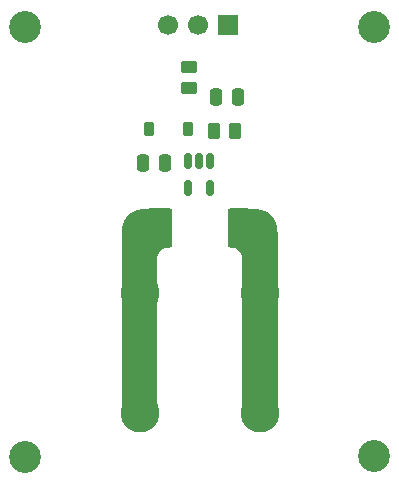
<source format=gbr>
%TF.GenerationSoftware,KiCad,Pcbnew,9.0.2*%
%TF.CreationDate,2025-11-13T14:06:28+01:00*%
%TF.ProjectId,current-meas,63757272-656e-4742-9d6d-6561732e6b69,rev?*%
%TF.SameCoordinates,Original*%
%TF.FileFunction,Soldermask,Top*%
%TF.FilePolarity,Negative*%
%FSLAX46Y46*%
G04 Gerber Fmt 4.6, Leading zero omitted, Abs format (unit mm)*
G04 Created by KiCad (PCBNEW 9.0.2) date 2025-11-13 14:06:28*
%MOMM*%
%LPD*%
G01*
G04 APERTURE LIST*
G04 Aperture macros list*
%AMRoundRect*
0 Rectangle with rounded corners*
0 $1 Rounding radius*
0 $2 $3 $4 $5 $6 $7 $8 $9 X,Y pos of 4 corners*
0 Add a 4 corners polygon primitive as box body*
4,1,4,$2,$3,$4,$5,$6,$7,$8,$9,$2,$3,0*
0 Add four circle primitives for the rounded corners*
1,1,$1+$1,$2,$3*
1,1,$1+$1,$4,$5*
1,1,$1+$1,$6,$7*
1,1,$1+$1,$8,$9*
0 Add four rect primitives between the rounded corners*
20,1,$1+$1,$2,$3,$4,$5,0*
20,1,$1+$1,$4,$5,$6,$7,0*
20,1,$1+$1,$6,$7,$8,$9,0*
20,1,$1+$1,$8,$9,$2,$3,0*%
G04 Aperture macros list end*
%ADD10C,0.200000*%
%ADD11C,0.000000*%
%ADD12RoundRect,0.225000X-0.225000X-0.375000X0.225000X-0.375000X0.225000X0.375000X-0.225000X0.375000X0*%
%ADD13RoundRect,0.250000X0.250000X0.475000X-0.250000X0.475000X-0.250000X-0.475000X0.250000X-0.475000X0*%
%ADD14RoundRect,0.250000X-0.450000X0.262500X-0.450000X-0.262500X0.450000X-0.262500X0.450000X0.262500X0*%
%ADD15RoundRect,0.250000X-0.262500X-0.450000X0.262500X-0.450000X0.262500X0.450000X-0.262500X0.450000X0*%
%ADD16RoundRect,0.150000X-0.150000X0.512500X-0.150000X-0.512500X0.150000X-0.512500X0.150000X0.512500X0*%
%ADD17C,2.700000*%
%ADD18R,1.700000X1.700000*%
%ADD19C,1.700000*%
%ADD20C,3.300000*%
%ADD21RoundRect,0.250000X0.362500X1.425000X-0.362500X1.425000X-0.362500X-1.425000X0.362500X-1.425000X0*%
%ADD22RoundRect,0.250000X-0.250000X-0.475000X0.250000X-0.475000X0.250000X0.475000X-0.250000X0.475000X0*%
G04 APERTURE END LIST*
D10*
X153875000Y-115475000D02*
X153874890Y-115464050D01*
X153874759Y-115453132D01*
X153874610Y-115442246D01*
X153874441Y-115431393D01*
X153874252Y-115420571D01*
X153874044Y-115409781D01*
X153873816Y-115399022D01*
X153873570Y-115388296D01*
X153873303Y-115377600D01*
X153873018Y-115366937D01*
X153872714Y-115356305D01*
X153872391Y-115345704D01*
X153872048Y-115335135D01*
X153871687Y-115324597D01*
X153871306Y-115314090D01*
X153870907Y-115303615D01*
X153870489Y-115293171D01*
X153870052Y-115282758D01*
X153869597Y-115272376D01*
X153869123Y-115262025D01*
X153868630Y-115251704D01*
X153868119Y-115241415D01*
X153867590Y-115231156D01*
X153867042Y-115220929D01*
X153866475Y-115210731D01*
X153865891Y-115200565D01*
X153865288Y-115190429D01*
X153864667Y-115180324D01*
X153864028Y-115170248D01*
X153863370Y-115160204D01*
X153862695Y-115150189D01*
X153862002Y-115140205D01*
X153861291Y-115130251D01*
X153860562Y-115120328D01*
X153859815Y-115110434D01*
X153859050Y-115100570D01*
X153858268Y-115090736D01*
X153857468Y-115080933D01*
X153856650Y-115071158D01*
X153855815Y-115061415D01*
X153854962Y-115051700D01*
X153854092Y-115042016D01*
X153853205Y-115032360D01*
X153852300Y-115022735D01*
X153851378Y-115013138D01*
X153850439Y-115003572D01*
X153849482Y-114994034D01*
X153848509Y-114984527D01*
X153847518Y-114975048D01*
X153846510Y-114965599D01*
X153845485Y-114956178D01*
X153844444Y-114946787D01*
X153843385Y-114937424D01*
X153842310Y-114928092D01*
X153841218Y-114918787D01*
X153840109Y-114909512D01*
X153838984Y-114900265D01*
X153837842Y-114891047D01*
X153836683Y-114881858D01*
X153835508Y-114872698D01*
X153834316Y-114863565D01*
X153833108Y-114854462D01*
X153831884Y-114845386D01*
X153830643Y-114836340D01*
X153829386Y-114827321D01*
X153828113Y-114818332D01*
X153826824Y-114809370D01*
X153825519Y-114800437D01*
X153824197Y-114791531D01*
X153822860Y-114782654D01*
X153821506Y-114773804D01*
X153820137Y-114764983D01*
X153818751Y-114756189D01*
X153817350Y-114747424D01*
X153815933Y-114738685D01*
X153814501Y-114729976D01*
X153813052Y-114721293D01*
X153811588Y-114712639D01*
X153810109Y-114704010D01*
X153808614Y-114695411D01*
X153807103Y-114686838D01*
X153805577Y-114678294D01*
X153804036Y-114669775D01*
X153802479Y-114661286D01*
X153800907Y-114652822D01*
X153799320Y-114644387D01*
X153797717Y-114635977D01*
X153796100Y-114627596D01*
X153794467Y-114619241D01*
X153792819Y-114610914D01*
X153791156Y-114602612D01*
X153789478Y-114594339D01*
X153787785Y-114586090D01*
X153786078Y-114577871D01*
X153784355Y-114569676D01*
X153782618Y-114561510D01*
X153780865Y-114553368D01*
X153779099Y-114545255D01*
X153777317Y-114537166D01*
X153775521Y-114529106D01*
X153773710Y-114521070D01*
X153771885Y-114513063D01*
X153770045Y-114505079D01*
X153768191Y-114497124D01*
X153766323Y-114489193D01*
X153764440Y-114481290D01*
X153762542Y-114473411D01*
X153760631Y-114465561D01*
X153758705Y-114457734D01*
X153756765Y-114449935D01*
X153754811Y-114442159D01*
X153752843Y-114434412D01*
X153750861Y-114426688D01*
X153748865Y-114418992D01*
X153746854Y-114411320D01*
X153744830Y-114403675D01*
X153742792Y-114396054D01*
X153740740Y-114388460D01*
X153738674Y-114380889D01*
X153736595Y-114373347D01*
X153734502Y-114365826D01*
X153732395Y-114358334D01*
X153730274Y-114350865D01*
X153728140Y-114343423D01*
X153725992Y-114336003D01*
X153723831Y-114328612D01*
X153721656Y-114321243D01*
X153719468Y-114313901D01*
X153717266Y-114306581D01*
X153715052Y-114299290D01*
X153712823Y-114292020D01*
X153710582Y-114284777D01*
X153708327Y-114277557D01*
X153706059Y-114270364D01*
X153703778Y-114263193D01*
X153701484Y-114256049D01*
X153699176Y-114248927D01*
X153696856Y-114241832D01*
X153694522Y-114234759D01*
X153692176Y-114227713D01*
X153689816Y-114220689D01*
X153687445Y-114213691D01*
X153685059Y-114206715D01*
X153682661Y-114199766D01*
X153680250Y-114192838D01*
X153677827Y-114185938D01*
X153675390Y-114179058D01*
X153672942Y-114172205D01*
X153670480Y-114165373D01*
X153668006Y-114158568D01*
X153665519Y-114151784D01*
X153663020Y-114145027D01*
X153660508Y-114138290D01*
X153657984Y-114131581D01*
X153655447Y-114124891D01*
X153652899Y-114118229D01*
X153650337Y-114111586D01*
X153647764Y-114104971D01*
X153645177Y-114098376D01*
X153642579Y-114091807D01*
X153639968Y-114085259D01*
X153637346Y-114078737D01*
X153634711Y-114072235D01*
X153632065Y-114065760D01*
X153629405Y-114059304D01*
X153626735Y-114052875D01*
X153624051Y-114046466D01*
X153621356Y-114040083D01*
X153618649Y-114033720D01*
X153615931Y-114027383D01*
X153613199Y-114021066D01*
X153610457Y-114014775D01*
X153607702Y-114008503D01*
X153604937Y-114002258D01*
X153602158Y-113996032D01*
X153599369Y-113989832D01*
X153596567Y-113983651D01*
X153593755Y-113977497D01*
X153590929Y-113971361D01*
X153588094Y-113965252D01*
X153585246Y-113959161D01*
X153582387Y-113953097D01*
X153579516Y-113947051D01*
X153576634Y-113941032D01*
X153573740Y-113935031D01*
X153570836Y-113929056D01*
X153567918Y-113923100D01*
X153564992Y-113917169D01*
X153562051Y-113911257D01*
X153559102Y-113905371D01*
X153556140Y-113899503D01*
X153553168Y-113893661D01*
X153550183Y-113887837D01*
X153547189Y-113882039D01*
X153541165Y-113870505D01*
X153535098Y-113859059D01*
X153528986Y-113847699D01*
X153522830Y-113836427D01*
X153516631Y-113825240D01*
X153510388Y-113814141D01*
X153504103Y-113803127D01*
X153497774Y-113792198D01*
X153491403Y-113781355D01*
X153484989Y-113770598D01*
X153478534Y-113759925D01*
X153472036Y-113749336D01*
X153465496Y-113738832D01*
X153458915Y-113728412D01*
X153452293Y-113718076D01*
X153445629Y-113707823D01*
X153438924Y-113697653D01*
X153432179Y-113687567D01*
X153425393Y-113677563D01*
X153418567Y-113667642D01*
X153411701Y-113657803D01*
X153404795Y-113648047D01*
X153397850Y-113638372D01*
X153390865Y-113628779D01*
X153383840Y-113619267D01*
X153376777Y-113609837D01*
X153369675Y-113600487D01*
X153362534Y-113591219D01*
X153355355Y-113582031D01*
X153348137Y-113572924D01*
X153340882Y-113563897D01*
X153333589Y-113554951D01*
X153326258Y-113546084D01*
X153318890Y-113537297D01*
X153311485Y-113528590D01*
X153304043Y-113519962D01*
X153296564Y-113511414D01*
X153289048Y-113502945D01*
X153281497Y-113494555D01*
X153273909Y-113486245D01*
X153266285Y-113478013D01*
X153258626Y-113469860D01*
X153250932Y-113461785D01*
X153243202Y-113453790D01*
X153235438Y-113445872D01*
X153227639Y-113438034D01*
X153219805Y-113430273D01*
X153211937Y-113422591D01*
X153204036Y-113414987D01*
X153196101Y-113407461D01*
X153188132Y-113400014D01*
X153180131Y-113392644D01*
X153172096Y-113385352D01*
X153164030Y-113378139D01*
X153155931Y-113371004D01*
X153147800Y-113363946D01*
X153139637Y-113356967D01*
X153131444Y-113350065D01*
X153123219Y-113343242D01*
X153114964Y-113336497D01*
X153106678Y-113329830D01*
X153098363Y-113323241D01*
X153090018Y-113316730D01*
X153081644Y-113310297D01*
X153073242Y-113303943D01*
X153064811Y-113297667D01*
X153056352Y-113291470D01*
X153047866Y-113285351D01*
X153039353Y-113279311D01*
X153030813Y-113273350D01*
X153022248Y-113267468D01*
X153013657Y-113261664D01*
X153005041Y-113255940D01*
X152996401Y-113250296D01*
X152987737Y-113244730D01*
X152979050Y-113239245D01*
X152970341Y-113233839D01*
X152961609Y-113228513D01*
X152952857Y-113223268D01*
X152944084Y-113218103D01*
X152935291Y-113213019D01*
X152926479Y-113208015D01*
X152917649Y-113203093D01*
X152908802Y-113198252D01*
X152899939Y-113193493D01*
X152891060Y-113188816D01*
X152882166Y-113184221D01*
X152873259Y-113179708D01*
X152864340Y-113175279D01*
X152855409Y-113170932D01*
X152846468Y-113166669D01*
X152837518Y-113162489D01*
X152828561Y-113158394D01*
X152819596Y-113154383D01*
X152810627Y-113150457D01*
X152801655Y-113146616D01*
X152792680Y-113142860D01*
X152783705Y-113139190D01*
X152774731Y-113135607D01*
X152765760Y-113132110D01*
X152756794Y-113128701D01*
X152747834Y-113125378D01*
X152738883Y-113122144D01*
X152729943Y-113118998D01*
X152721016Y-113115941D01*
X152712104Y-113112972D01*
X152703211Y-113110094D01*
X152694337Y-113107305D01*
X152685486Y-113104607D01*
X152676662Y-113101999D01*
X152667866Y-113099483D01*
X152659102Y-113097058D01*
X152650373Y-113094725D01*
X152641682Y-113092484D01*
X152633033Y-113090336D01*
X152624430Y-113088281D01*
X152615877Y-113086320D01*
X152607378Y-113084451D01*
X152598936Y-113082677D01*
X152590557Y-113080997D01*
X152582245Y-113079411D01*
X152574004Y-113077919D01*
X152565841Y-113076521D01*
X152557760Y-113075218D01*
X152549767Y-113074010D01*
X152541867Y-113072895D01*
X152537950Y-113072372D01*
X152534067Y-113071874D01*
X152530202Y-113071398D01*
X152526372Y-113070947D01*
X152522562Y-113070517D01*
X152518788Y-113070112D01*
X152515037Y-113069730D01*
X152511323Y-113069371D01*
X152507634Y-113069034D01*
X152503982Y-113068721D01*
X152500359Y-113068430D01*
X152496774Y-113068162D01*
X152493219Y-113067916D01*
X152489703Y-113067693D01*
X152486221Y-113067491D01*
X152482778Y-113067312D01*
X152479372Y-113067155D01*
X152476006Y-113067020D01*
X152472679Y-113066905D01*
X152469394Y-113066813D01*
X152466149Y-113066741D01*
X152462948Y-113066690D01*
X152459790Y-113066660D01*
X152456675Y-113066650D01*
X152453608Y-113066660D01*
X152450584Y-113066689D01*
X152447609Y-113066738D01*
X152444679Y-113066807D01*
X152441802Y-113066894D01*
X152438969Y-113066999D01*
X152436190Y-113067122D01*
X152433458Y-113067264D01*
X152430782Y-113067422D01*
X152428152Y-113067597D01*
X152425581Y-113067789D01*
X152423056Y-113067997D01*
X152420593Y-113068220D01*
X152418175Y-113068459D01*
X152415821Y-113068711D01*
X152413513Y-113068979D01*
X152411270Y-113069259D01*
X152409073Y-113069554D01*
X152406942Y-113069860D01*
X152404856Y-113070179D01*
X152402839Y-113070508D01*
X152400865Y-113070851D01*
X152398961Y-113071201D01*
X152397100Y-113071564D01*
X152395309Y-113071934D01*
X152393560Y-113072315D01*
X152391881Y-113072702D01*
X152390244Y-113073100D01*
X152388676Y-113073501D01*
X152387149Y-113073913D01*
X152385690Y-113074326D01*
X152384272Y-113074750D01*
X152382920Y-113075174D01*
X152381608Y-113075607D01*
X152380361Y-113076039D01*
X152379152Y-113076480D01*
X152378007Y-113076919D01*
X152376898Y-113077365D01*
X152375851Y-113077808D01*
X152374839Y-113078258D01*
X152373886Y-113078704D01*
X152372967Y-113079156D01*
X152372104Y-113079603D01*
X152371274Y-113080055D01*
X152370497Y-113080502D01*
X152369752Y-113080953D01*
X152369057Y-113081398D01*
X152368391Y-113081847D01*
X152367773Y-113082289D01*
X152367183Y-113082735D01*
X152366637Y-113083174D01*
X152366119Y-113083616D01*
X152365641Y-113084050D01*
X152365189Y-113084488D01*
X152364774Y-113084918D01*
X152364384Y-113085350D01*
X152364029Y-113085775D01*
X152363697Y-113086203D01*
X152363396Y-113086624D01*
X152363119Y-113087047D01*
X152362870Y-113087463D01*
X152362643Y-113087881D01*
X152362442Y-113088294D01*
X152362262Y-113088709D01*
X152362106Y-113089119D01*
X152361971Y-113089532D01*
X152361858Y-113089940D01*
X152361766Y-113090351D01*
X152361695Y-113090759D01*
X152361643Y-113091170D01*
X152361612Y-113091580D01*
X152361601Y-113091991D01*
X152361639Y-113092818D01*
X152361758Y-113093654D01*
X152361960Y-113094501D01*
X152362249Y-113095363D01*
X152362629Y-113096243D01*
X152363105Y-113097143D01*
X152363686Y-113098064D01*
X152364377Y-113099009D01*
X152365187Y-113099980D01*
X152366125Y-113100976D01*
X152367200Y-113102000D01*
X152368422Y-113103050D01*
X152369800Y-113104128D01*
X152371345Y-113105233D01*
X152373068Y-113106364D01*
X152374977Y-113107521D01*
X152377084Y-113108703D01*
X152379400Y-113109907D01*
X152381933Y-113111133D01*
X152384694Y-113112379D01*
X152387693Y-113113643D01*
X152390938Y-113114922D01*
X152394440Y-113116215D01*
X152398207Y-113117519D01*
X152402247Y-113118831D01*
X152406569Y-113120149D01*
X152411179Y-113121470D01*
X152416085Y-113122791D01*
X152421294Y-113124110D01*
X152425000Y-113125000D01*
X156375000Y-112075000D02*
X156374990Y-112065752D01*
X156374960Y-112056532D01*
X156374910Y-112047354D01*
X156374841Y-112038205D01*
X156374751Y-112029098D01*
X156374642Y-112020018D01*
X156374514Y-112010981D01*
X156374365Y-112001971D01*
X156374198Y-111993003D01*
X156374011Y-111984062D01*
X156373805Y-111975162D01*
X156373579Y-111966290D01*
X156373335Y-111957458D01*
X156373071Y-111948654D01*
X156372789Y-111939890D01*
X156372487Y-111931153D01*
X156372167Y-111922456D01*
X156371828Y-111913786D01*
X156371470Y-111905156D01*
X156371094Y-111896552D01*
X156370699Y-111887988D01*
X156370285Y-111879450D01*
X156369853Y-111870951D01*
X156369403Y-111862479D01*
X156368934Y-111854045D01*
X156368447Y-111845638D01*
X156367942Y-111837269D01*
X156367419Y-111828925D01*
X156366878Y-111820620D01*
X156366319Y-111812341D01*
X156365742Y-111804099D01*
X156365147Y-111795883D01*
X156364535Y-111787705D01*
X156363904Y-111779552D01*
X156363256Y-111771436D01*
X156362591Y-111763345D01*
X156361908Y-111755291D01*
X156361207Y-111747262D01*
X156360489Y-111739270D01*
X156359754Y-111731302D01*
X156359002Y-111723371D01*
X156358232Y-111715465D01*
X156357445Y-111707594D01*
X156356641Y-111699748D01*
X156355821Y-111691937D01*
X156354982Y-111684151D01*
X156354128Y-111676400D01*
X156353256Y-111668673D01*
X156352368Y-111660982D01*
X156351463Y-111653314D01*
X156350541Y-111645681D01*
X156349602Y-111638072D01*
X156348648Y-111630497D01*
X156347676Y-111622946D01*
X156346688Y-111615429D01*
X156345684Y-111607935D01*
X156344663Y-111600476D01*
X156343626Y-111593039D01*
X156342573Y-111585636D01*
X156341504Y-111578257D01*
X156340419Y-111570910D01*
X156339317Y-111563587D01*
X156338200Y-111556296D01*
X156337066Y-111549029D01*
X156335917Y-111541794D01*
X156334751Y-111534581D01*
X156333570Y-111527401D01*
X156332373Y-111520244D01*
X156331161Y-111513118D01*
X156329932Y-111506015D01*
X156328689Y-111498944D01*
X156327429Y-111491895D01*
X156326155Y-111484878D01*
X156324864Y-111477882D01*
X156323559Y-111470918D01*
X156322237Y-111463976D01*
X156320901Y-111457064D01*
X156319549Y-111450175D01*
X156318182Y-111443315D01*
X156316800Y-111436478D01*
X156315403Y-111429671D01*
X156313990Y-111422886D01*
X156312563Y-111416130D01*
X156311120Y-111409396D01*
X156309663Y-111402691D01*
X156308190Y-111396009D01*
X156306703Y-111389355D01*
X156305200Y-111382722D01*
X156303684Y-111376119D01*
X156302152Y-111369537D01*
X156300606Y-111362983D01*
X156299044Y-111356451D01*
X156297469Y-111349946D01*
X156295878Y-111343463D01*
X156294273Y-111337008D01*
X156292653Y-111330574D01*
X156291020Y-111324167D01*
X156289371Y-111317782D01*
X156287708Y-111311423D01*
X156286031Y-111305086D01*
X156284339Y-111298776D01*
X156282633Y-111292486D01*
X156280913Y-111286223D01*
X156279178Y-111279980D01*
X156277430Y-111273764D01*
X156275667Y-111267569D01*
X156273890Y-111261400D01*
X156272098Y-111255251D01*
X156270294Y-111249128D01*
X156268474Y-111243025D01*
X156266641Y-111236948D01*
X156264793Y-111230891D01*
X156262932Y-111224859D01*
X156261057Y-111218848D01*
X156259168Y-111212861D01*
X156257265Y-111206895D01*
X156255348Y-111200953D01*
X156253417Y-111195031D01*
X156251473Y-111189134D01*
X156249514Y-111183256D01*
X156247542Y-111177402D01*
X156245556Y-111171569D01*
X156243557Y-111165759D01*
X156241544Y-111159969D01*
X156239517Y-111154202D01*
X156237477Y-111148455D01*
X156235423Y-111142732D01*
X156233355Y-111137027D01*
X156231274Y-111131346D01*
X156229179Y-111125684D01*
X156227071Y-111120045D01*
X156224949Y-111114426D01*
X156222815Y-111108829D01*
X156220666Y-111103251D01*
X156218504Y-111097695D01*
X156216328Y-111092159D01*
X156214140Y-111086644D01*
X156211937Y-111081149D01*
X156209722Y-111075675D01*
X156207492Y-111070220D01*
X156205250Y-111064787D01*
X156202994Y-111059372D01*
X156200726Y-111053979D01*
X156198443Y-111048605D01*
X156196148Y-111043251D01*
X156193839Y-111037916D01*
X156191517Y-111032602D01*
X156189182Y-111027307D01*
X156186833Y-111022032D01*
X156184471Y-111016776D01*
X156182097Y-111011539D01*
X156179708Y-111006322D01*
X156177307Y-111001124D01*
X156174892Y-110995945D01*
X156172465Y-110990785D01*
X156170024Y-110985644D01*
X156167570Y-110980522D01*
X156165103Y-110975418D01*
X156162623Y-110970334D01*
X156160129Y-110965268D01*
X156157622Y-110960221D01*
X156155103Y-110955192D01*
X156152570Y-110950181D01*
X156150024Y-110945189D01*
X156147465Y-110940215D01*
X156144893Y-110935260D01*
X156142307Y-110930322D01*
X156139709Y-110925403D01*
X156137097Y-110920501D01*
X156134473Y-110915617D01*
X156131835Y-110910752D01*
X156129184Y-110905903D01*
X156126520Y-110901073D01*
X156123843Y-110896260D01*
X156121153Y-110891465D01*
X156118449Y-110886687D01*
X156115733Y-110881926D01*
X156113003Y-110877183D01*
X156110260Y-110872457D01*
X156107504Y-110867748D01*
X156104735Y-110863056D01*
X156101953Y-110858382D01*
X156099158Y-110853724D01*
X156096349Y-110849083D01*
X156093527Y-110844459D01*
X156090693Y-110839852D01*
X156087844Y-110835261D01*
X156084983Y-110830687D01*
X156082108Y-110826130D01*
X156079221Y-110821589D01*
X156076320Y-110817064D01*
X156073406Y-110812556D01*
X156070478Y-110808064D01*
X156067537Y-110803589D01*
X156064583Y-110799129D01*
X156061616Y-110794686D01*
X156058635Y-110790258D01*
X156055641Y-110785847D01*
X156052633Y-110781451D01*
X156049613Y-110777072D01*
X156046578Y-110772707D01*
X156043531Y-110768360D01*
X156040470Y-110764026D01*
X156037396Y-110759710D01*
X156031207Y-110751123D01*
X156024963Y-110742597D01*
X156018666Y-110734132D01*
X156012314Y-110725729D01*
X156005907Y-110717385D01*
X155999446Y-110709101D01*
X155992930Y-110700877D01*
X155986358Y-110692712D01*
X155979731Y-110684605D01*
X155973049Y-110676556D01*
X155966310Y-110668565D01*
X155959515Y-110660631D01*
X155952664Y-110652754D01*
X155945756Y-110644934D01*
X155938791Y-110637170D01*
X155931769Y-110629461D01*
X155924689Y-110621808D01*
X155917550Y-110614209D01*
X155910354Y-110606665D01*
X155903099Y-110599176D01*
X155895785Y-110591740D01*
X155888411Y-110584358D01*
X155880978Y-110577029D01*
X155873485Y-110569753D01*
X155865931Y-110562530D01*
X155858316Y-110555359D01*
X155850639Y-110548240D01*
X155842901Y-110541172D01*
X155835101Y-110534156D01*
X155827238Y-110527191D01*
X155819312Y-110520277D01*
X155811322Y-110513414D01*
X155803269Y-110506600D01*
X155795150Y-110499837D01*
X155786967Y-110493123D01*
X155778718Y-110486460D01*
X155770403Y-110479845D01*
X155762021Y-110473279D01*
X155753572Y-110466763D01*
X155745055Y-110460295D01*
X155736470Y-110453875D01*
X155727816Y-110447504D01*
X155719092Y-110441181D01*
X155710299Y-110434905D01*
X155701434Y-110428677D01*
X155692499Y-110422497D01*
X155683491Y-110416364D01*
X155674410Y-110410279D01*
X155665256Y-110404240D01*
X155656028Y-110398248D01*
X155646726Y-110392303D01*
X155637348Y-110386405D01*
X155627893Y-110380553D01*
X155618362Y-110374747D01*
X155608753Y-110368988D01*
X155599066Y-110363275D01*
X155589299Y-110357608D01*
X155579452Y-110351987D01*
X155569525Y-110346411D01*
X155559516Y-110340882D01*
X155549424Y-110335398D01*
X155539249Y-110329960D01*
X155528989Y-110324567D01*
X155518645Y-110319220D01*
X155508214Y-110313919D01*
X155497697Y-110308662D01*
X155487091Y-110303452D01*
X155476397Y-110298286D01*
X155465612Y-110293166D01*
X155454737Y-110288091D01*
X155443770Y-110283062D01*
X155432710Y-110278078D01*
X155421556Y-110273139D01*
X155410306Y-110268245D01*
X155398961Y-110263397D01*
X155387518Y-110258593D01*
X155375976Y-110253836D01*
X155364335Y-110249123D01*
X155352593Y-110244456D01*
X155340749Y-110239834D01*
X155328801Y-110235258D01*
X155316749Y-110230727D01*
X155304591Y-110226242D01*
X155292326Y-110221802D01*
X155279951Y-110217408D01*
X155267467Y-110213060D01*
X155254871Y-110208757D01*
X155242163Y-110204501D01*
X155229339Y-110200290D01*
X155216400Y-110196125D01*
X155203343Y-110192006D01*
X155190167Y-110187933D01*
X155176870Y-110183907D01*
X155163451Y-110179927D01*
X155149907Y-110175994D01*
X155136238Y-110172107D01*
X155122440Y-110168267D01*
X155108513Y-110164473D01*
X155094454Y-110160727D01*
X155080261Y-110157027D01*
X155065933Y-110153375D01*
X155051467Y-110149770D01*
X155036861Y-110146213D01*
X155022112Y-110142703D01*
X155007220Y-110139241D01*
X154992180Y-110135827D01*
X154976992Y-110132460D01*
X154961652Y-110129142D01*
X154946157Y-110125872D01*
X154930505Y-110122651D01*
X154914694Y-110119478D01*
X154898720Y-110116355D01*
X154882581Y-110113280D01*
X154866272Y-110110254D01*
X154849793Y-110107278D01*
X154833138Y-110104351D01*
X154816304Y-110101474D01*
X154799289Y-110098646D01*
X154782087Y-110095869D01*
X154764696Y-110093142D01*
X154747112Y-110090466D01*
X154729330Y-110087840D01*
X154711345Y-110085264D01*
X154693154Y-110082740D01*
X154674752Y-110080267D01*
X154656133Y-110077846D01*
X154637292Y-110075476D01*
X154618225Y-110073158D01*
X154598924Y-110070892D01*
X154579384Y-110068678D01*
X154559599Y-110066517D01*
X154539562Y-110064408D01*
X154519266Y-110062352D01*
X154498703Y-110060350D01*
X154477865Y-110058400D01*
X154456744Y-110056505D01*
X154435331Y-110054663D01*
X154413616Y-110052875D01*
X154391589Y-110051141D01*
X154369239Y-110049462D01*
X154346555Y-110047837D01*
X154323523Y-110046268D01*
X154300129Y-110044753D01*
X154276361Y-110043294D01*
X154252200Y-110041891D01*
X154227631Y-110040544D01*
X154202633Y-110039253D01*
X154177187Y-110038018D01*
X154151270Y-110036840D01*
X154124857Y-110035719D01*
X154097920Y-110034656D01*
X154070428Y-110033650D01*
X154042346Y-110032702D01*
X154013637Y-110031812D01*
X153984255Y-110030980D01*
X153954150Y-110030207D01*
X153923265Y-110029494D01*
X153891532Y-110028840D01*
X153858872Y-110028246D01*
X153825192Y-110027712D01*
X153790378Y-110027239D01*
X153754293Y-110026828D01*
X153716764Y-110026479D01*
X153677572Y-110026193D01*
X153636427Y-110025971D01*
X153592937Y-110025814D01*
X153546539Y-110025724D01*
X153496381Y-110025704D01*
X153441038Y-110025758D01*
X153377766Y-110025893D01*
X153299668Y-110026131D01*
X153253301Y-110026289D01*
X153181448Y-110026530D01*
X153109420Y-110026733D01*
X153073349Y-110026808D01*
X153037244Y-110026860D01*
X153001108Y-110026883D01*
X152964944Y-110026872D01*
X152928755Y-110026823D01*
X152892545Y-110026731D01*
X152856316Y-110026590D01*
X152820071Y-110026397D01*
X152783814Y-110026146D01*
X152747548Y-110025833D01*
X152711276Y-110025453D01*
X152675000Y-110025000D01*
X146617889Y-110145000D02*
X146917889Y-112845000D01*
X146192889Y-113670000D01*
X145717889Y-113795000D01*
X143517889Y-112320000D01*
X143417889Y-111820000D01*
X143642889Y-110970000D01*
X144142889Y-110420000D01*
X145142889Y-110120000D01*
X146617889Y-110145000D01*
G36*
X146617889Y-110145000D02*
G01*
X146917889Y-112845000D01*
X146192889Y-113670000D01*
X145717889Y-113795000D01*
X143517889Y-112320000D01*
X143417889Y-111820000D01*
X143642889Y-110970000D01*
X144142889Y-110420000D01*
X145142889Y-110120000D01*
X146617889Y-110145000D01*
G37*
X155600000Y-110425000D02*
X156100000Y-110975000D01*
X156325000Y-111825000D01*
X156225000Y-112325000D01*
X154025000Y-113800000D01*
X153550000Y-113675000D01*
X152825000Y-112850000D01*
X153125000Y-110150000D01*
X154600000Y-110125000D01*
X155600000Y-110425000D01*
G36*
X155600000Y-110425000D02*
G01*
X156100000Y-110975000D01*
X156325000Y-111825000D01*
X156225000Y-112325000D01*
X154025000Y-113800000D01*
X153550000Y-113675000D01*
X152825000Y-112850000D01*
X153125000Y-110150000D01*
X154600000Y-110125000D01*
X155600000Y-110425000D01*
G37*
X145867889Y-115470000D02*
X145867999Y-115459050D01*
X145868130Y-115448132D01*
X145868279Y-115437246D01*
X145868448Y-115426393D01*
X145868637Y-115415571D01*
X145868845Y-115404781D01*
X145869073Y-115394022D01*
X145869319Y-115383296D01*
X145869586Y-115372600D01*
X145869871Y-115361937D01*
X145870175Y-115351305D01*
X145870498Y-115340704D01*
X145870841Y-115330135D01*
X145871202Y-115319597D01*
X145871583Y-115309090D01*
X145871982Y-115298615D01*
X145872400Y-115288171D01*
X145872837Y-115277758D01*
X145873292Y-115267376D01*
X145873766Y-115257025D01*
X145874259Y-115246704D01*
X145874770Y-115236415D01*
X145875299Y-115226156D01*
X145875847Y-115215929D01*
X145876414Y-115205731D01*
X145876998Y-115195565D01*
X145877601Y-115185429D01*
X145878222Y-115175324D01*
X145878861Y-115165248D01*
X145879519Y-115155204D01*
X145880194Y-115145189D01*
X145880887Y-115135205D01*
X145881598Y-115125251D01*
X145882327Y-115115328D01*
X145883074Y-115105434D01*
X145883839Y-115095570D01*
X145884621Y-115085736D01*
X145885421Y-115075933D01*
X145886239Y-115066158D01*
X145887074Y-115056415D01*
X145887927Y-115046700D01*
X145888797Y-115037016D01*
X145889684Y-115027360D01*
X145890589Y-115017735D01*
X145891511Y-115008138D01*
X145892450Y-114998572D01*
X145893407Y-114989034D01*
X145894380Y-114979527D01*
X145895371Y-114970048D01*
X145896379Y-114960599D01*
X145897404Y-114951178D01*
X145898445Y-114941787D01*
X145899504Y-114932424D01*
X145900579Y-114923092D01*
X145901671Y-114913787D01*
X145902780Y-114904512D01*
X145903905Y-114895265D01*
X145905047Y-114886047D01*
X145906206Y-114876858D01*
X145907381Y-114867698D01*
X145908573Y-114858565D01*
X145909781Y-114849462D01*
X145911005Y-114840386D01*
X145912246Y-114831340D01*
X145913503Y-114822321D01*
X145914776Y-114813332D01*
X145916065Y-114804370D01*
X145917370Y-114795437D01*
X145918692Y-114786531D01*
X145920029Y-114777654D01*
X145921383Y-114768804D01*
X145922752Y-114759983D01*
X145924138Y-114751189D01*
X145925539Y-114742424D01*
X145926956Y-114733685D01*
X145928388Y-114724976D01*
X145929837Y-114716293D01*
X145931301Y-114707639D01*
X145932780Y-114699010D01*
X145934275Y-114690411D01*
X145935786Y-114681838D01*
X145937312Y-114673294D01*
X145938853Y-114664775D01*
X145940410Y-114656286D01*
X145941982Y-114647822D01*
X145943569Y-114639387D01*
X145945172Y-114630977D01*
X145946789Y-114622596D01*
X145948422Y-114614241D01*
X145950070Y-114605914D01*
X145951733Y-114597612D01*
X145953411Y-114589339D01*
X145955104Y-114581090D01*
X145956811Y-114572871D01*
X145958534Y-114564676D01*
X145960271Y-114556510D01*
X145962024Y-114548368D01*
X145963790Y-114540255D01*
X145965572Y-114532166D01*
X145967368Y-114524106D01*
X145969179Y-114516070D01*
X145971004Y-114508063D01*
X145972844Y-114500079D01*
X145974698Y-114492124D01*
X145976566Y-114484193D01*
X145978449Y-114476290D01*
X145980347Y-114468411D01*
X145982258Y-114460561D01*
X145984184Y-114452734D01*
X145986124Y-114444935D01*
X145988078Y-114437159D01*
X145990046Y-114429412D01*
X145992028Y-114421688D01*
X145994024Y-114413992D01*
X145996035Y-114406320D01*
X145998059Y-114398675D01*
X146000097Y-114391054D01*
X146002149Y-114383460D01*
X146004215Y-114375889D01*
X146006294Y-114368347D01*
X146008387Y-114360826D01*
X146010494Y-114353334D01*
X146012615Y-114345865D01*
X146014749Y-114338423D01*
X146016897Y-114331003D01*
X146019058Y-114323612D01*
X146021233Y-114316243D01*
X146023421Y-114308901D01*
X146025623Y-114301581D01*
X146027837Y-114294290D01*
X146030066Y-114287020D01*
X146032307Y-114279777D01*
X146034562Y-114272557D01*
X146036830Y-114265364D01*
X146039111Y-114258193D01*
X146041405Y-114251049D01*
X146043713Y-114243927D01*
X146046033Y-114236832D01*
X146048367Y-114229759D01*
X146050713Y-114222713D01*
X146053073Y-114215689D01*
X146055444Y-114208691D01*
X146057830Y-114201715D01*
X146060228Y-114194766D01*
X146062639Y-114187838D01*
X146065062Y-114180938D01*
X146067499Y-114174058D01*
X146069947Y-114167205D01*
X146072409Y-114160373D01*
X146074883Y-114153568D01*
X146077370Y-114146784D01*
X146079869Y-114140027D01*
X146082381Y-114133290D01*
X146084905Y-114126581D01*
X146087442Y-114119891D01*
X146089990Y-114113229D01*
X146092552Y-114106586D01*
X146095125Y-114099971D01*
X146097712Y-114093376D01*
X146100310Y-114086807D01*
X146102921Y-114080259D01*
X146105543Y-114073737D01*
X146108178Y-114067235D01*
X146110824Y-114060760D01*
X146113484Y-114054304D01*
X146116154Y-114047875D01*
X146118838Y-114041466D01*
X146121533Y-114035083D01*
X146124240Y-114028720D01*
X146126958Y-114022383D01*
X146129690Y-114016066D01*
X146132432Y-114009775D01*
X146135187Y-114003503D01*
X146137952Y-113997258D01*
X146140731Y-113991032D01*
X146143520Y-113984832D01*
X146146322Y-113978651D01*
X146149134Y-113972497D01*
X146151960Y-113966361D01*
X146154795Y-113960252D01*
X146157643Y-113954161D01*
X146160502Y-113948097D01*
X146163373Y-113942051D01*
X146166255Y-113936032D01*
X146169149Y-113930031D01*
X146172053Y-113924056D01*
X146174971Y-113918100D01*
X146177897Y-113912169D01*
X146180838Y-113906257D01*
X146183787Y-113900371D01*
X146186749Y-113894503D01*
X146189721Y-113888661D01*
X146192706Y-113882837D01*
X146195700Y-113877039D01*
X146201724Y-113865505D01*
X146207791Y-113854059D01*
X146213903Y-113842699D01*
X146220059Y-113831427D01*
X146226258Y-113820240D01*
X146232501Y-113809141D01*
X146238786Y-113798127D01*
X146245115Y-113787198D01*
X146251486Y-113776355D01*
X146257900Y-113765598D01*
X146264355Y-113754925D01*
X146270853Y-113744336D01*
X146277393Y-113733832D01*
X146283974Y-113723412D01*
X146290596Y-113713076D01*
X146297260Y-113702823D01*
X146303965Y-113692653D01*
X146310710Y-113682567D01*
X146317496Y-113672563D01*
X146324322Y-113662642D01*
X146331188Y-113652803D01*
X146338094Y-113643047D01*
X146345039Y-113633372D01*
X146352024Y-113623779D01*
X146359049Y-113614267D01*
X146366112Y-113604837D01*
X146373214Y-113595487D01*
X146380355Y-113586219D01*
X146387534Y-113577031D01*
X146394752Y-113567924D01*
X146402007Y-113558897D01*
X146409300Y-113549951D01*
X146416631Y-113541084D01*
X146423999Y-113532297D01*
X146431404Y-113523590D01*
X146438846Y-113514962D01*
X146446325Y-113506414D01*
X146453841Y-113497945D01*
X146461392Y-113489555D01*
X146468980Y-113481245D01*
X146476604Y-113473013D01*
X146484263Y-113464860D01*
X146491957Y-113456785D01*
X146499687Y-113448790D01*
X146507451Y-113440872D01*
X146515250Y-113433034D01*
X146523084Y-113425273D01*
X146530952Y-113417591D01*
X146538853Y-113409987D01*
X146546788Y-113402461D01*
X146554757Y-113395014D01*
X146562758Y-113387644D01*
X146570793Y-113380352D01*
X146578859Y-113373139D01*
X146586958Y-113366004D01*
X146595089Y-113358946D01*
X146603252Y-113351967D01*
X146611445Y-113345065D01*
X146619670Y-113338242D01*
X146627925Y-113331497D01*
X146636211Y-113324830D01*
X146644526Y-113318241D01*
X146652871Y-113311730D01*
X146661245Y-113305297D01*
X146669647Y-113298943D01*
X146678078Y-113292667D01*
X146686537Y-113286470D01*
X146695023Y-113280351D01*
X146703536Y-113274311D01*
X146712076Y-113268350D01*
X146720641Y-113262468D01*
X146729232Y-113256664D01*
X146737848Y-113250940D01*
X146746488Y-113245296D01*
X146755152Y-113239730D01*
X146763839Y-113234245D01*
X146772548Y-113228839D01*
X146781280Y-113223513D01*
X146790032Y-113218268D01*
X146798805Y-113213103D01*
X146807598Y-113208019D01*
X146816410Y-113203015D01*
X146825240Y-113198093D01*
X146834087Y-113193252D01*
X146842950Y-113188493D01*
X146851829Y-113183816D01*
X146860723Y-113179221D01*
X146869630Y-113174708D01*
X146878549Y-113170279D01*
X146887480Y-113165932D01*
X146896421Y-113161669D01*
X146905371Y-113157489D01*
X146914328Y-113153394D01*
X146923293Y-113149383D01*
X146932262Y-113145457D01*
X146941234Y-113141616D01*
X146950209Y-113137860D01*
X146959184Y-113134190D01*
X146968158Y-113130607D01*
X146977129Y-113127110D01*
X146986095Y-113123701D01*
X146995055Y-113120378D01*
X147004006Y-113117144D01*
X147012946Y-113113998D01*
X147021873Y-113110941D01*
X147030785Y-113107972D01*
X147039678Y-113105094D01*
X147048552Y-113102305D01*
X147057403Y-113099607D01*
X147066227Y-113096999D01*
X147075023Y-113094483D01*
X147083787Y-113092058D01*
X147092516Y-113089725D01*
X147101207Y-113087484D01*
X147109856Y-113085336D01*
X147118459Y-113083281D01*
X147127012Y-113081320D01*
X147135511Y-113079451D01*
X147143953Y-113077677D01*
X147152332Y-113075997D01*
X147160644Y-113074411D01*
X147168885Y-113072919D01*
X147177048Y-113071521D01*
X147185129Y-113070218D01*
X147193122Y-113069010D01*
X147201022Y-113067895D01*
X147204939Y-113067372D01*
X147208822Y-113066874D01*
X147212687Y-113066398D01*
X147216517Y-113065947D01*
X147220327Y-113065517D01*
X147224101Y-113065112D01*
X147227852Y-113064730D01*
X147231566Y-113064371D01*
X147235255Y-113064034D01*
X147238907Y-113063721D01*
X147242530Y-113063430D01*
X147246115Y-113063162D01*
X147249670Y-113062916D01*
X147253186Y-113062693D01*
X147256668Y-113062491D01*
X147260111Y-113062312D01*
X147263517Y-113062155D01*
X147266883Y-113062020D01*
X147270210Y-113061905D01*
X147273495Y-113061813D01*
X147276740Y-113061741D01*
X147279941Y-113061690D01*
X147283099Y-113061660D01*
X147286214Y-113061650D01*
X147289281Y-113061660D01*
X147292305Y-113061689D01*
X147295280Y-113061738D01*
X147298210Y-113061807D01*
X147301087Y-113061894D01*
X147303920Y-113061999D01*
X147306699Y-113062122D01*
X147309431Y-113062264D01*
X147312107Y-113062422D01*
X147314737Y-113062597D01*
X147317308Y-113062789D01*
X147319833Y-113062997D01*
X147322296Y-113063220D01*
X147324714Y-113063459D01*
X147327068Y-113063711D01*
X147329376Y-113063979D01*
X147331619Y-113064259D01*
X147333816Y-113064554D01*
X147335947Y-113064860D01*
X147338033Y-113065179D01*
X147340050Y-113065508D01*
X147342024Y-113065851D01*
X147343928Y-113066201D01*
X147345789Y-113066564D01*
X147347580Y-113066934D01*
X147349329Y-113067315D01*
X147351008Y-113067702D01*
X147352645Y-113068100D01*
X147354213Y-113068501D01*
X147355740Y-113068913D01*
X147357199Y-113069326D01*
X147358617Y-113069750D01*
X147359969Y-113070174D01*
X147361281Y-113070607D01*
X147362528Y-113071039D01*
X147363737Y-113071480D01*
X147364882Y-113071919D01*
X147365991Y-113072365D01*
X147367038Y-113072808D01*
X147368050Y-113073258D01*
X147369003Y-113073704D01*
X147369922Y-113074156D01*
X147370785Y-113074603D01*
X147371615Y-113075055D01*
X147372392Y-113075502D01*
X147373137Y-113075953D01*
X147373832Y-113076398D01*
X147374498Y-113076847D01*
X147375116Y-113077289D01*
X147375706Y-113077735D01*
X147376252Y-113078174D01*
X147376770Y-113078616D01*
X147377248Y-113079050D01*
X147377700Y-113079488D01*
X147378115Y-113079918D01*
X147378505Y-113080350D01*
X147378860Y-113080775D01*
X147379192Y-113081203D01*
X147379493Y-113081624D01*
X147379770Y-113082047D01*
X147380019Y-113082463D01*
X147380246Y-113082881D01*
X147380447Y-113083294D01*
X147380627Y-113083709D01*
X147380783Y-113084119D01*
X147380918Y-113084532D01*
X147381031Y-113084940D01*
X147381123Y-113085351D01*
X147381194Y-113085759D01*
X147381246Y-113086170D01*
X147381277Y-113086580D01*
X147381288Y-113086991D01*
X147381250Y-113087818D01*
X147381131Y-113088654D01*
X147380929Y-113089501D01*
X147380640Y-113090363D01*
X147380260Y-113091243D01*
X147379784Y-113092143D01*
X147379203Y-113093064D01*
X147378512Y-113094009D01*
X147377702Y-113094980D01*
X147376764Y-113095976D01*
X147375689Y-113097000D01*
X147374467Y-113098050D01*
X147373089Y-113099128D01*
X147371544Y-113100233D01*
X147369821Y-113101364D01*
X147367912Y-113102521D01*
X147365805Y-113103703D01*
X147363489Y-113104907D01*
X147360956Y-113106133D01*
X147358195Y-113107379D01*
X147355196Y-113108643D01*
X147351951Y-113109922D01*
X147348449Y-113111215D01*
X147344682Y-113112519D01*
X147340642Y-113113831D01*
X147336320Y-113115149D01*
X147331710Y-113116470D01*
X147326804Y-113117791D01*
X147321595Y-113119110D01*
X147317889Y-113120000D01*
X143367889Y-112070000D02*
X143367899Y-112060752D01*
X143367929Y-112051532D01*
X143367979Y-112042354D01*
X143368048Y-112033205D01*
X143368138Y-112024098D01*
X143368247Y-112015018D01*
X143368375Y-112005981D01*
X143368524Y-111996971D01*
X143368691Y-111988003D01*
X143368878Y-111979062D01*
X143369084Y-111970162D01*
X143369310Y-111961290D01*
X143369554Y-111952458D01*
X143369818Y-111943654D01*
X143370100Y-111934890D01*
X143370402Y-111926153D01*
X143370722Y-111917456D01*
X143371061Y-111908786D01*
X143371419Y-111900156D01*
X143371795Y-111891552D01*
X143372190Y-111882988D01*
X143372604Y-111874450D01*
X143373036Y-111865951D01*
X143373486Y-111857479D01*
X143373955Y-111849045D01*
X143374442Y-111840638D01*
X143374947Y-111832269D01*
X143375470Y-111823925D01*
X143376011Y-111815620D01*
X143376570Y-111807341D01*
X143377147Y-111799099D01*
X143377742Y-111790883D01*
X143378354Y-111782705D01*
X143378985Y-111774552D01*
X143379633Y-111766436D01*
X143380298Y-111758345D01*
X143380981Y-111750291D01*
X143381682Y-111742262D01*
X143382400Y-111734270D01*
X143383135Y-111726302D01*
X143383887Y-111718371D01*
X143384657Y-111710465D01*
X143385444Y-111702594D01*
X143386248Y-111694748D01*
X143387068Y-111686937D01*
X143387907Y-111679151D01*
X143388761Y-111671400D01*
X143389633Y-111663673D01*
X143390521Y-111655982D01*
X143391426Y-111648314D01*
X143392348Y-111640681D01*
X143393287Y-111633072D01*
X143394241Y-111625497D01*
X143395213Y-111617946D01*
X143396201Y-111610429D01*
X143397205Y-111602935D01*
X143398226Y-111595476D01*
X143399263Y-111588039D01*
X143400316Y-111580636D01*
X143401385Y-111573257D01*
X143402470Y-111565910D01*
X143403572Y-111558587D01*
X143404689Y-111551296D01*
X143405823Y-111544029D01*
X143406972Y-111536794D01*
X143408138Y-111529581D01*
X143409319Y-111522401D01*
X143410516Y-111515244D01*
X143411728Y-111508118D01*
X143412957Y-111501015D01*
X143414200Y-111493944D01*
X143415460Y-111486895D01*
X143416734Y-111479878D01*
X143418025Y-111472882D01*
X143419330Y-111465918D01*
X143420652Y-111458976D01*
X143421988Y-111452064D01*
X143423340Y-111445175D01*
X143424707Y-111438315D01*
X143426089Y-111431478D01*
X143427486Y-111424671D01*
X143428899Y-111417886D01*
X143430326Y-111411130D01*
X143431769Y-111404396D01*
X143433226Y-111397691D01*
X143434699Y-111391009D01*
X143436186Y-111384355D01*
X143437689Y-111377722D01*
X143439205Y-111371119D01*
X143440737Y-111364537D01*
X143442283Y-111357983D01*
X143443845Y-111351451D01*
X143445420Y-111344946D01*
X143447011Y-111338463D01*
X143448616Y-111332008D01*
X143450236Y-111325574D01*
X143451869Y-111319167D01*
X143453518Y-111312782D01*
X143455181Y-111306423D01*
X143456858Y-111300086D01*
X143458550Y-111293776D01*
X143460256Y-111287486D01*
X143461976Y-111281223D01*
X143463711Y-111274980D01*
X143465459Y-111268764D01*
X143467222Y-111262569D01*
X143468999Y-111256400D01*
X143470791Y-111250251D01*
X143472595Y-111244128D01*
X143474415Y-111238025D01*
X143476248Y-111231948D01*
X143478096Y-111225891D01*
X143479957Y-111219859D01*
X143481832Y-111213848D01*
X143483721Y-111207861D01*
X143485624Y-111201895D01*
X143487541Y-111195953D01*
X143489472Y-111190031D01*
X143491416Y-111184134D01*
X143493375Y-111178256D01*
X143495347Y-111172402D01*
X143497333Y-111166569D01*
X143499332Y-111160759D01*
X143501345Y-111154969D01*
X143503372Y-111149202D01*
X143505412Y-111143455D01*
X143507466Y-111137732D01*
X143509534Y-111132027D01*
X143511615Y-111126346D01*
X143513710Y-111120684D01*
X143515818Y-111115045D01*
X143517940Y-111109426D01*
X143520074Y-111103829D01*
X143522223Y-111098251D01*
X143524385Y-111092695D01*
X143526561Y-111087159D01*
X143528749Y-111081644D01*
X143530952Y-111076149D01*
X143533167Y-111070675D01*
X143535397Y-111065220D01*
X143537639Y-111059787D01*
X143539895Y-111054372D01*
X143542163Y-111048979D01*
X143544446Y-111043605D01*
X143546741Y-111038251D01*
X143549050Y-111032916D01*
X143551372Y-111027602D01*
X143553707Y-111022307D01*
X143556056Y-111017032D01*
X143558418Y-111011776D01*
X143560792Y-111006539D01*
X143563181Y-111001322D01*
X143565582Y-110996124D01*
X143567997Y-110990945D01*
X143570424Y-110985785D01*
X143572865Y-110980644D01*
X143575319Y-110975522D01*
X143577786Y-110970418D01*
X143580266Y-110965334D01*
X143582760Y-110960268D01*
X143585267Y-110955221D01*
X143587786Y-110950192D01*
X143590319Y-110945181D01*
X143592865Y-110940189D01*
X143595424Y-110935215D01*
X143597996Y-110930260D01*
X143600582Y-110925322D01*
X143603180Y-110920403D01*
X143605792Y-110915501D01*
X143608416Y-110910617D01*
X143611054Y-110905752D01*
X143613705Y-110900903D01*
X143616369Y-110896073D01*
X143619046Y-110891260D01*
X143621736Y-110886465D01*
X143624440Y-110881687D01*
X143627156Y-110876926D01*
X143629886Y-110872183D01*
X143632629Y-110867457D01*
X143635385Y-110862748D01*
X143638154Y-110858056D01*
X143640936Y-110853382D01*
X143643731Y-110848724D01*
X143646540Y-110844083D01*
X143649362Y-110839459D01*
X143652196Y-110834852D01*
X143655045Y-110830261D01*
X143657906Y-110825687D01*
X143660781Y-110821130D01*
X143663668Y-110816589D01*
X143666569Y-110812064D01*
X143669483Y-110807556D01*
X143672411Y-110803064D01*
X143675352Y-110798589D01*
X143678306Y-110794129D01*
X143681273Y-110789686D01*
X143684254Y-110785258D01*
X143687248Y-110780847D01*
X143690256Y-110776451D01*
X143693276Y-110772072D01*
X143696311Y-110767707D01*
X143699358Y-110763360D01*
X143702419Y-110759026D01*
X143705493Y-110754710D01*
X143711682Y-110746123D01*
X143717926Y-110737597D01*
X143724223Y-110729132D01*
X143730575Y-110720729D01*
X143736982Y-110712385D01*
X143743443Y-110704101D01*
X143749959Y-110695877D01*
X143756531Y-110687712D01*
X143763158Y-110679605D01*
X143769840Y-110671556D01*
X143776579Y-110663565D01*
X143783374Y-110655631D01*
X143790225Y-110647754D01*
X143797133Y-110639934D01*
X143804098Y-110632170D01*
X143811120Y-110624461D01*
X143818200Y-110616808D01*
X143825339Y-110609209D01*
X143832535Y-110601665D01*
X143839790Y-110594176D01*
X143847104Y-110586740D01*
X143854478Y-110579358D01*
X143861911Y-110572029D01*
X143869404Y-110564753D01*
X143876958Y-110557530D01*
X143884573Y-110550359D01*
X143892250Y-110543240D01*
X143899988Y-110536172D01*
X143907788Y-110529156D01*
X143915651Y-110522191D01*
X143923577Y-110515277D01*
X143931567Y-110508414D01*
X143939620Y-110501600D01*
X143947739Y-110494837D01*
X143955922Y-110488123D01*
X143964171Y-110481460D01*
X143972486Y-110474845D01*
X143980868Y-110468279D01*
X143989317Y-110461763D01*
X143997834Y-110455295D01*
X144006419Y-110448875D01*
X144015073Y-110442504D01*
X144023797Y-110436181D01*
X144032590Y-110429905D01*
X144041455Y-110423677D01*
X144050390Y-110417497D01*
X144059398Y-110411364D01*
X144068479Y-110405279D01*
X144077633Y-110399240D01*
X144086861Y-110393248D01*
X144096163Y-110387303D01*
X144105541Y-110381405D01*
X144114996Y-110375553D01*
X144124527Y-110369747D01*
X144134136Y-110363988D01*
X144143823Y-110358275D01*
X144153590Y-110352608D01*
X144163437Y-110346987D01*
X144173364Y-110341411D01*
X144183373Y-110335882D01*
X144193465Y-110330398D01*
X144203640Y-110324960D01*
X144213900Y-110319567D01*
X144224244Y-110314220D01*
X144234675Y-110308919D01*
X144245192Y-110303662D01*
X144255798Y-110298452D01*
X144266492Y-110293286D01*
X144277277Y-110288166D01*
X144288152Y-110283091D01*
X144299119Y-110278062D01*
X144310179Y-110273078D01*
X144321333Y-110268139D01*
X144332583Y-110263245D01*
X144343928Y-110258397D01*
X144355371Y-110253593D01*
X144366913Y-110248836D01*
X144378554Y-110244123D01*
X144390296Y-110239456D01*
X144402140Y-110234834D01*
X144414088Y-110230258D01*
X144426140Y-110225727D01*
X144438298Y-110221242D01*
X144450563Y-110216802D01*
X144462938Y-110212408D01*
X144475422Y-110208060D01*
X144488018Y-110203757D01*
X144500726Y-110199501D01*
X144513550Y-110195290D01*
X144526489Y-110191125D01*
X144539546Y-110187006D01*
X144552722Y-110182933D01*
X144566019Y-110178907D01*
X144579438Y-110174927D01*
X144592982Y-110170994D01*
X144606651Y-110167107D01*
X144620449Y-110163267D01*
X144634376Y-110159473D01*
X144648435Y-110155727D01*
X144662628Y-110152027D01*
X144676956Y-110148375D01*
X144691422Y-110144770D01*
X144706028Y-110141213D01*
X144720777Y-110137703D01*
X144735669Y-110134241D01*
X144750709Y-110130827D01*
X144765897Y-110127460D01*
X144781237Y-110124142D01*
X144796732Y-110120872D01*
X144812384Y-110117651D01*
X144828195Y-110114478D01*
X144844169Y-110111355D01*
X144860308Y-110108280D01*
X144876617Y-110105254D01*
X144893096Y-110102278D01*
X144909751Y-110099351D01*
X144926585Y-110096474D01*
X144943600Y-110093646D01*
X144960802Y-110090869D01*
X144978193Y-110088142D01*
X144995777Y-110085466D01*
X145013559Y-110082840D01*
X145031544Y-110080264D01*
X145049735Y-110077740D01*
X145068137Y-110075267D01*
X145086756Y-110072846D01*
X145105597Y-110070476D01*
X145124664Y-110068158D01*
X145143965Y-110065892D01*
X145163505Y-110063678D01*
X145183290Y-110061517D01*
X145203327Y-110059408D01*
X145223623Y-110057352D01*
X145244186Y-110055350D01*
X145265024Y-110053400D01*
X145286145Y-110051505D01*
X145307558Y-110049663D01*
X145329273Y-110047875D01*
X145351300Y-110046141D01*
X145373650Y-110044462D01*
X145396334Y-110042837D01*
X145419366Y-110041268D01*
X145442760Y-110039753D01*
X145466528Y-110038294D01*
X145490689Y-110036891D01*
X145515258Y-110035544D01*
X145540256Y-110034253D01*
X145565702Y-110033018D01*
X145591619Y-110031840D01*
X145618032Y-110030719D01*
X145644969Y-110029656D01*
X145672461Y-110028650D01*
X145700543Y-110027702D01*
X145729252Y-110026812D01*
X145758634Y-110025980D01*
X145788739Y-110025207D01*
X145819624Y-110024494D01*
X145851357Y-110023840D01*
X145884017Y-110023246D01*
X145917697Y-110022712D01*
X145952511Y-110022239D01*
X145988596Y-110021828D01*
X146026125Y-110021479D01*
X146065317Y-110021193D01*
X146106462Y-110020971D01*
X146149952Y-110020814D01*
X146196350Y-110020724D01*
X146246508Y-110020704D01*
X146301851Y-110020758D01*
X146365123Y-110020893D01*
X146443221Y-110021131D01*
X146489588Y-110021289D01*
X146561441Y-110021530D01*
X146633469Y-110021733D01*
X146669540Y-110021808D01*
X146705645Y-110021860D01*
X146741781Y-110021883D01*
X146777945Y-110021872D01*
X146814134Y-110021823D01*
X146850344Y-110021731D01*
X146886573Y-110021590D01*
X146922818Y-110021397D01*
X146959075Y-110021146D01*
X146995341Y-110020833D01*
X147031613Y-110020453D01*
X147067889Y-110020000D01*
D11*
G36*
X156475000Y-127900000D02*
G01*
X153475000Y-127900000D01*
X153475000Y-112075000D01*
X156475000Y-112075000D01*
X156475000Y-127900000D01*
G37*
G36*
X146267889Y-127895000D02*
G01*
X143267889Y-127895000D01*
X143267889Y-112070000D01*
X146267889Y-112070000D01*
X146267889Y-127895000D01*
G37*
D12*
%TO.C,D1*%
X145567889Y-103195000D03*
X148867889Y-103195000D03*
%TD*%
D13*
%TO.C,C1*%
X146942889Y-106120000D03*
X145042889Y-106120000D03*
%TD*%
D14*
%TO.C,R3*%
X148992889Y-97957500D03*
X148992889Y-99782500D03*
%TD*%
D15*
%TO.C,R2*%
X151055389Y-103420000D03*
X152880389Y-103420000D03*
%TD*%
D16*
%TO.C,U1*%
X150767889Y-105957500D03*
X149817889Y-105957500D03*
X148867889Y-105957500D03*
X148867889Y-108232500D03*
X150767889Y-108232500D03*
%TD*%
D17*
%TO.C,H2*%
X164617889Y-94595000D03*
%TD*%
%TO.C,H3*%
X135117889Y-130945000D03*
%TD*%
%TO.C,H4*%
X164617889Y-130920000D03*
%TD*%
D18*
%TO.C,J2*%
X152232889Y-94395000D03*
D19*
X149692889Y-94395000D03*
X147152889Y-94395000D03*
%TD*%
D20*
%TO.C,J1*%
X144785389Y-117070000D03*
X144785389Y-127230000D03*
X154945389Y-117070000D03*
X154945389Y-127230000D03*
%TD*%
D21*
%TO.C,R1*%
X152855389Y-111595000D03*
X146930389Y-111595000D03*
%TD*%
D17*
%TO.C,H1*%
X135117889Y-94620000D03*
%TD*%
D22*
%TO.C,C2*%
X151242889Y-100545000D03*
X153142889Y-100545000D03*
%TD*%
M02*

</source>
